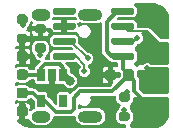
<source format=gbl>
G04 #@! TF.GenerationSoftware,KiCad,Pcbnew,5.1.9+dfsg1-1+deb11u1*
G04 #@! TF.CreationDate,2023-05-18T20:24:19+02:00*
G04 #@! TF.ProjectId,base,62617365-2e6b-4696-9361-645f70636258,rev?*
G04 #@! TF.SameCoordinates,Original*
G04 #@! TF.FileFunction,Copper,L2,Bot*
G04 #@! TF.FilePolarity,Positive*
%FSLAX46Y46*%
G04 Gerber Fmt 4.6, Leading zero omitted, Abs format (unit mm)*
G04 Created by KiCad (PCBNEW 5.1.9+dfsg1-1+deb11u1) date 2023-05-18 20:24:19*
%MOMM*%
%LPD*%
G01*
G04 APERTURE LIST*
G04 #@! TA.AperFunction,SMDPad,CuDef*
%ADD10R,0.650000X1.060000*%
G04 #@! TD*
G04 #@! TA.AperFunction,ComponentPad*
%ADD11O,1.600000X1.000000*%
G04 #@! TD*
G04 #@! TA.AperFunction,ComponentPad*
%ADD12O,2.100000X1.000000*%
G04 #@! TD*
G04 #@! TA.AperFunction,SMDPad,CuDef*
%ADD13R,2.500000X1.250000*%
G04 #@! TD*
G04 #@! TA.AperFunction,ViaPad*
%ADD14C,0.500000*%
G04 #@! TD*
G04 #@! TA.AperFunction,ViaPad*
%ADD15C,0.800000*%
G04 #@! TD*
G04 #@! TA.AperFunction,Conductor*
%ADD16C,0.250000*%
G04 #@! TD*
G04 #@! TA.AperFunction,Conductor*
%ADD17C,0.500000*%
G04 #@! TD*
G04 #@! TA.AperFunction,Conductor*
%ADD18C,0.350000*%
G04 #@! TD*
G04 #@! TA.AperFunction,Conductor*
%ADD19C,0.200000*%
G04 #@! TD*
G04 #@! TA.AperFunction,Conductor*
%ADD20C,0.100000*%
G04 #@! TD*
G04 #@! TA.AperFunction,Conductor*
%ADD21C,0.254000*%
G04 #@! TD*
G04 APERTURE END LIST*
G04 #@! TA.AperFunction,SMDPad,CuDef*
G36*
G01*
X-2900000Y-3425000D02*
X-2400000Y-3425000D01*
G75*
G02*
X-2175000Y-3650000I0J-225000D01*
G01*
X-2175000Y-4100000D01*
G75*
G02*
X-2400000Y-4325000I-225000J0D01*
G01*
X-2900000Y-4325000D01*
G75*
G02*
X-3125000Y-4100000I0J225000D01*
G01*
X-3125000Y-3650000D01*
G75*
G02*
X-2900000Y-3425000I225000J0D01*
G01*
G37*
G04 #@! TD.AperFunction*
G04 #@! TA.AperFunction,SMDPad,CuDef*
G36*
G01*
X-2900000Y-1875000D02*
X-2400000Y-1875000D01*
G75*
G02*
X-2175000Y-2100000I0J-225000D01*
G01*
X-2175000Y-2550000D01*
G75*
G02*
X-2400000Y-2775000I-225000J0D01*
G01*
X-2900000Y-2775000D01*
G75*
G02*
X-3125000Y-2550000I0J225000D01*
G01*
X-3125000Y-2100000D01*
G75*
G02*
X-2900000Y-1875000I225000J0D01*
G01*
G37*
G04 #@! TD.AperFunction*
G04 #@! TA.AperFunction,SMDPad,CuDef*
G36*
G01*
X-2375000Y3525000D02*
X-2925000Y3525000D01*
G75*
G02*
X-3125000Y3725000I0J200000D01*
G01*
X-3125000Y4125000D01*
G75*
G02*
X-2925000Y4325000I200000J0D01*
G01*
X-2375000Y4325000D01*
G75*
G02*
X-2175000Y4125000I0J-200000D01*
G01*
X-2175000Y3725000D01*
G75*
G02*
X-2375000Y3525000I-200000J0D01*
G01*
G37*
G04 #@! TD.AperFunction*
G04 #@! TA.AperFunction,SMDPad,CuDef*
G36*
G01*
X-2375000Y1875000D02*
X-2925000Y1875000D01*
G75*
G02*
X-3125000Y2075000I0J200000D01*
G01*
X-3125000Y2475000D01*
G75*
G02*
X-2925000Y2675000I200000J0D01*
G01*
X-2375000Y2675000D01*
G75*
G02*
X-2175000Y2475000I0J-200000D01*
G01*
X-2175000Y2075000D01*
G75*
G02*
X-2375000Y1875000I-200000J0D01*
G01*
G37*
G04 #@! TD.AperFunction*
G04 #@! TA.AperFunction,SMDPad,CuDef*
G36*
G01*
X-55000Y650000D02*
X-55000Y950000D01*
G75*
G02*
X95000Y1100000I150000J0D01*
G01*
X1745000Y1100000D01*
G75*
G02*
X1895000Y950000I0J-150000D01*
G01*
X1895000Y650000D01*
G75*
G02*
X1745000Y500000I-150000J0D01*
G01*
X95000Y500000D01*
G75*
G02*
X-55000Y650000I0J150000D01*
G01*
G37*
G04 #@! TD.AperFunction*
G04 #@! TA.AperFunction,SMDPad,CuDef*
G36*
G01*
X-55000Y1920000D02*
X-55000Y2220000D01*
G75*
G02*
X95000Y2370000I150000J0D01*
G01*
X1745000Y2370000D01*
G75*
G02*
X1895000Y2220000I0J-150000D01*
G01*
X1895000Y1920000D01*
G75*
G02*
X1745000Y1770000I-150000J0D01*
G01*
X95000Y1770000D01*
G75*
G02*
X-55000Y1920000I0J150000D01*
G01*
G37*
G04 #@! TD.AperFunction*
G04 #@! TA.AperFunction,SMDPad,CuDef*
G36*
G01*
X-55000Y3190000D02*
X-55000Y3490000D01*
G75*
G02*
X95000Y3640000I150000J0D01*
G01*
X1745000Y3640000D01*
G75*
G02*
X1895000Y3490000I0J-150000D01*
G01*
X1895000Y3190000D01*
G75*
G02*
X1745000Y3040000I-150000J0D01*
G01*
X95000Y3040000D01*
G75*
G02*
X-55000Y3190000I0J150000D01*
G01*
G37*
G04 #@! TD.AperFunction*
G04 #@! TA.AperFunction,SMDPad,CuDef*
G36*
G01*
X-50000Y4460000D02*
X-50000Y4760000D01*
G75*
G02*
X100000Y4910000I150000J0D01*
G01*
X1740000Y4910000D01*
G75*
G02*
X1890000Y4760000I0J-150000D01*
G01*
X1890000Y4460000D01*
G75*
G02*
X1740000Y4310000I-150000J0D01*
G01*
X100000Y4310000D01*
G75*
G02*
X-50000Y4460000I0J150000D01*
G01*
G37*
G04 #@! TD.AperFunction*
G04 #@! TA.AperFunction,SMDPad,CuDef*
G36*
G01*
X4895000Y4460000D02*
X4895000Y4760000D01*
G75*
G02*
X5045000Y4910000I150000J0D01*
G01*
X6695000Y4910000D01*
G75*
G02*
X6845000Y4760000I0J-150000D01*
G01*
X6845000Y4460000D01*
G75*
G02*
X6695000Y4310000I-150000J0D01*
G01*
X5045000Y4310000D01*
G75*
G02*
X4895000Y4460000I0J150000D01*
G01*
G37*
G04 #@! TD.AperFunction*
G04 #@! TA.AperFunction,SMDPad,CuDef*
G36*
G01*
X4895000Y3190000D02*
X4895000Y3490000D01*
G75*
G02*
X5045000Y3640000I150000J0D01*
G01*
X6695000Y3640000D01*
G75*
G02*
X6845000Y3490000I0J-150000D01*
G01*
X6845000Y3190000D01*
G75*
G02*
X6695000Y3040000I-150000J0D01*
G01*
X5045000Y3040000D01*
G75*
G02*
X4895000Y3190000I0J150000D01*
G01*
G37*
G04 #@! TD.AperFunction*
G04 #@! TA.AperFunction,SMDPad,CuDef*
G36*
G01*
X4895000Y1920000D02*
X4895000Y2220000D01*
G75*
G02*
X5045000Y2370000I150000J0D01*
G01*
X6695000Y2370000D01*
G75*
G02*
X6845000Y2220000I0J-150000D01*
G01*
X6845000Y1920000D01*
G75*
G02*
X6695000Y1770000I-150000J0D01*
G01*
X5045000Y1770000D01*
G75*
G02*
X4895000Y1920000I0J150000D01*
G01*
G37*
G04 #@! TD.AperFunction*
G04 #@! TA.AperFunction,SMDPad,CuDef*
G36*
G01*
X4895000Y650000D02*
X4895000Y950000D01*
G75*
G02*
X5045000Y1100000I150000J0D01*
G01*
X6695000Y1100000D01*
G75*
G02*
X6845000Y950000I0J-150000D01*
G01*
X6845000Y650000D01*
G75*
G02*
X6695000Y500000I-150000J0D01*
G01*
X5045000Y500000D01*
G75*
G02*
X4895000Y650000I0J150000D01*
G01*
G37*
G04 #@! TD.AperFunction*
D10*
X-1050000Y-800000D03*
X-100000Y-800000D03*
X850000Y-800000D03*
X850000Y-3000000D03*
X-1050000Y-3000000D03*
G04 #@! TA.AperFunction,SMDPad,CuDef*
G36*
G01*
X5725000Y-2275000D02*
X6275000Y-2275000D01*
G75*
G02*
X6475000Y-2475000I0J-200000D01*
G01*
X6475000Y-2875000D01*
G75*
G02*
X6275000Y-3075000I-200000J0D01*
G01*
X5725000Y-3075000D01*
G75*
G02*
X5525000Y-2875000I0J200000D01*
G01*
X5525000Y-2475000D01*
G75*
G02*
X5725000Y-2275000I200000J0D01*
G01*
G37*
G04 #@! TD.AperFunction*
G04 #@! TA.AperFunction,SMDPad,CuDef*
G36*
G01*
X5725000Y-3925000D02*
X6275000Y-3925000D01*
G75*
G02*
X6475000Y-4125000I0J-200000D01*
G01*
X6475000Y-4525000D01*
G75*
G02*
X6275000Y-4725000I-200000J0D01*
G01*
X5725000Y-4725000D01*
G75*
G02*
X5525000Y-4525000I0J200000D01*
G01*
X5525000Y-4125000D01*
G75*
G02*
X5725000Y-3925000I200000J0D01*
G01*
G37*
G04 #@! TD.AperFunction*
D11*
X-1050000Y-4320000D03*
X-1050000Y4320000D03*
D12*
X3130000Y4320000D03*
X3130000Y-4320000D03*
G04 #@! TA.AperFunction,SMDPad,CuDef*
G36*
G01*
X-1375000Y3525000D02*
X-825000Y3525000D01*
G75*
G02*
X-625000Y3325000I0J-200000D01*
G01*
X-625000Y2925000D01*
G75*
G02*
X-825000Y2725000I-200000J0D01*
G01*
X-1375000Y2725000D01*
G75*
G02*
X-1575000Y2925000I0J200000D01*
G01*
X-1575000Y3325000D01*
G75*
G02*
X-1375000Y3525000I200000J0D01*
G01*
G37*
G04 #@! TD.AperFunction*
G04 #@! TA.AperFunction,SMDPad,CuDef*
G36*
G01*
X-1375000Y1875000D02*
X-825000Y1875000D01*
G75*
G02*
X-625000Y1675000I0J-200000D01*
G01*
X-625000Y1275000D01*
G75*
G02*
X-825000Y1075000I-200000J0D01*
G01*
X-1375000Y1075000D01*
G75*
G02*
X-1575000Y1275000I0J200000D01*
G01*
X-1575000Y1675000D01*
G75*
G02*
X-1375000Y1875000I200000J0D01*
G01*
G37*
G04 #@! TD.AperFunction*
G04 #@! TA.AperFunction,SMDPad,CuDef*
G36*
G01*
X-2400000Y-1225000D02*
X-2900000Y-1225000D01*
G75*
G02*
X-3125000Y-1000000I0J225000D01*
G01*
X-3125000Y-550000D01*
G75*
G02*
X-2900000Y-325000I225000J0D01*
G01*
X-2400000Y-325000D01*
G75*
G02*
X-2175000Y-550000I0J-225000D01*
G01*
X-2175000Y-1000000D01*
G75*
G02*
X-2400000Y-1225000I-225000J0D01*
G01*
G37*
G04 #@! TD.AperFunction*
G04 #@! TA.AperFunction,SMDPad,CuDef*
G36*
G01*
X-2400000Y325000D02*
X-2900000Y325000D01*
G75*
G02*
X-3125000Y550000I0J225000D01*
G01*
X-3125000Y1000000D01*
G75*
G02*
X-2900000Y1225000I225000J0D01*
G01*
X-2400000Y1225000D01*
G75*
G02*
X-2175000Y1000000I0J-225000D01*
G01*
X-2175000Y550000D01*
G75*
G02*
X-2400000Y325000I-225000J0D01*
G01*
G37*
G04 #@! TD.AperFunction*
G04 #@! TA.AperFunction,SMDPad,CuDef*
G36*
G01*
X6825000Y-550000D02*
X6825000Y-1050000D01*
G75*
G02*
X6600000Y-1275000I-225000J0D01*
G01*
X6150000Y-1275000D01*
G75*
G02*
X5925000Y-1050000I0J225000D01*
G01*
X5925000Y-550000D01*
G75*
G02*
X6150000Y-325000I225000J0D01*
G01*
X6600000Y-325000D01*
G75*
G02*
X6825000Y-550000I0J-225000D01*
G01*
G37*
G04 #@! TD.AperFunction*
G04 #@! TA.AperFunction,SMDPad,CuDef*
G36*
G01*
X5275000Y-550000D02*
X5275000Y-1050000D01*
G75*
G02*
X5050000Y-1275000I-225000J0D01*
G01*
X4600000Y-1275000D01*
G75*
G02*
X4375000Y-1050000I0J225000D01*
G01*
X4375000Y-550000D01*
G75*
G02*
X4600000Y-325000I225000J0D01*
G01*
X5050000Y-325000D01*
G75*
G02*
X5275000Y-550000I0J-225000D01*
G01*
G37*
G04 #@! TD.AperFunction*
D13*
X8500000Y-3810000D03*
X8500000Y-1270000D03*
X8500000Y1270000D03*
X8500000Y3810000D03*
D14*
X4500000Y-4900000D03*
X4550000Y-3900000D03*
X-2600000Y-3300000D03*
X-2600000Y200000D03*
X-100000Y-1500000D03*
X-300000Y2900000D03*
X1900000Y0D03*
X8300000Y4900000D03*
X9300000Y2600000D03*
D15*
X1400000Y-1300000D03*
D14*
X7100000Y100000D03*
X6200000Y-2200000D03*
X7100000Y2334999D03*
X7900000Y-200000D03*
X6000000Y-3800000D03*
X2625014Y-500000D03*
X2900000Y600000D03*
X-1100007Y900007D03*
X-2600000Y3399998D03*
D16*
X-2600000Y-3875000D02*
X-2600000Y-3300000D01*
X-2600000Y775000D02*
X-2600000Y200000D01*
X-100000Y-800000D02*
X-100000Y-1500000D01*
X-1100000Y3125000D02*
X-525000Y3125000D01*
X-525000Y3125000D02*
X-300000Y2900000D01*
X8500000Y4700000D02*
X8300000Y4900000D01*
X8500000Y3810000D02*
X8500000Y4700000D01*
D17*
X8625000Y3585000D02*
X8625000Y2975000D01*
X8500000Y3810000D02*
X8625000Y3685000D01*
D16*
X8925000Y2600000D02*
X9300000Y2600000D01*
X8500000Y3025000D02*
X8925000Y2600000D01*
X8500000Y3125000D02*
X8500000Y3025000D01*
D18*
X-1075000Y-775000D02*
X-1050000Y-800000D01*
X-2600000Y-775000D02*
X-1075000Y-775000D01*
X525001Y105001D02*
X850000Y-219998D01*
X-725001Y105001D02*
X525001Y105001D01*
X-1050000Y-219998D02*
X-725001Y105001D01*
X850000Y-219998D02*
X850000Y-800000D01*
X-1050000Y-800000D02*
X-1050000Y-219998D01*
X850000Y-800000D02*
X1100000Y-800000D01*
X1100000Y-800000D02*
X1499999Y-1199999D01*
D19*
X8270000Y1270000D02*
X7100000Y100000D01*
X8500000Y1270000D02*
X8270000Y1270000D01*
X6200000Y-2475000D02*
X6000000Y-2675000D01*
X6200000Y-2200000D02*
X6200000Y-2475000D01*
X6325001Y2884999D02*
X5870000Y3340000D01*
X7940001Y2884999D02*
X6325001Y2884999D01*
X9000000Y1825000D02*
X7940001Y2884999D01*
X9000000Y1270000D02*
X9000000Y1825000D01*
X6835001Y2070000D02*
X7100000Y2334999D01*
X5870000Y2070000D02*
X6835001Y2070000D01*
X7900000Y-670000D02*
X8500000Y-1270000D01*
X7900000Y-200000D02*
X7900000Y-670000D01*
X6000000Y-3800000D02*
X6000000Y-4325000D01*
D18*
X5422522Y4610000D02*
X4500000Y3687478D01*
X5870000Y4610000D02*
X5422522Y4610000D01*
X4895000Y800000D02*
X5870000Y800000D01*
X4500000Y1195000D02*
X4895000Y800000D01*
X4500000Y3687478D02*
X4500000Y1195000D01*
X-1725000Y-2325000D02*
X-1050000Y-3000000D01*
X-2600000Y-2325000D02*
X-1725000Y-2325000D01*
X5870000Y-295000D02*
X6375000Y-800000D01*
X5870000Y800000D02*
X5870000Y-295000D01*
X-680002Y-3000000D02*
X-1050000Y-3000000D01*
X224999Y-3905001D02*
X-680002Y-3000000D01*
X1475001Y-3905001D02*
X224999Y-3905001D01*
X1704990Y-3675012D02*
X1475001Y-3905001D01*
X1704990Y-2749008D02*
X1704990Y-3675012D01*
X2263999Y-2189999D02*
X1704990Y-2749008D01*
X4985001Y-2189999D02*
X2263999Y-2189999D01*
X6375000Y-800000D02*
X4985001Y-2189999D01*
X6850010Y-2160010D02*
X8500000Y-3810000D01*
X6850010Y-1275010D02*
X6850010Y-2160010D01*
X6375000Y-800000D02*
X6850010Y-1275010D01*
D19*
X920000Y800000D02*
X1895000Y800000D01*
X2625014Y69986D02*
X2625014Y-500000D01*
X1895000Y800000D02*
X2625014Y69986D01*
X920000Y2070000D02*
X1430000Y2070000D01*
X1430000Y2070000D02*
X2900000Y600000D01*
X-1100000Y1475000D02*
X-1100000Y900000D01*
X-1100000Y900000D02*
X-1100007Y900007D01*
X-2600000Y3875000D02*
X-2650000Y3925000D01*
X-2600000Y3399998D02*
X-2600000Y3875000D01*
X5223549Y-2875000D02*
X5233184Y-2972828D01*
X5261720Y-3066897D01*
X5308059Y-3153591D01*
X5370421Y-3229579D01*
X5446409Y-3291941D01*
X5533103Y-3338280D01*
X5627172Y-3366816D01*
X5654329Y-3369491D01*
X5649396Y-3372787D01*
X5572787Y-3449396D01*
X5512597Y-3539477D01*
X5471136Y-3639571D01*
X5458834Y-3701418D01*
X5446409Y-3708059D01*
X5370421Y-3770421D01*
X5308059Y-3846409D01*
X5261720Y-3933103D01*
X5233184Y-4027172D01*
X5223549Y-4125000D01*
X5223549Y-4525000D01*
X5233184Y-4622828D01*
X5261720Y-4716897D01*
X5308059Y-4803591D01*
X5370421Y-4879579D01*
X5446409Y-4941941D01*
X5533103Y-4988280D01*
X5627172Y-5016816D01*
X5725000Y-5026451D01*
X6100000Y-5026451D01*
X6100000Y-5175000D01*
X-1984104Y-5175000D01*
X-2227922Y-5151094D01*
X-2447166Y-5084900D01*
X-2649370Y-4977386D01*
X-2826847Y-4832639D01*
X-2972830Y-4656176D01*
X-2989334Y-4625651D01*
X-2879000Y-4625000D01*
X-2804000Y-4550000D01*
X-2804000Y-4029000D01*
X-2824000Y-4029000D01*
X-2824000Y-3721000D01*
X-2804000Y-3721000D01*
X-2804000Y-3200000D01*
X-2879000Y-3125000D01*
X-3125000Y-3123548D01*
X-3175000Y-3128472D01*
X-3175000Y-2997072D01*
X-3101464Y-3036377D01*
X-3002705Y-3066335D01*
X-2900000Y-3076451D01*
X-2400000Y-3076451D01*
X-2297295Y-3066335D01*
X-2198536Y-3036377D01*
X-2107519Y-2987728D01*
X-2027743Y-2922257D01*
X-1962272Y-2842481D01*
X-1939566Y-2800000D01*
X-1921750Y-2800000D01*
X-1676451Y-3045300D01*
X-1676451Y-3530000D01*
X-1671082Y-3584513D01*
X-1796606Y-3651607D01*
X-1881160Y-3720998D01*
X-1949998Y-3720998D01*
X-1875000Y-3646000D01*
X-1873548Y-3425000D01*
X-1879340Y-3366190D01*
X-1896495Y-3309639D01*
X-1924352Y-3257522D01*
X-1961841Y-3211841D01*
X-2007522Y-3174352D01*
X-2059639Y-3146495D01*
X-2116190Y-3129340D01*
X-2175000Y-3123548D01*
X-2421000Y-3125000D01*
X-2496000Y-3200000D01*
X-2496000Y-3721000D01*
X-2476000Y-3721000D01*
X-2476000Y-4029000D01*
X-2496000Y-4029000D01*
X-2496000Y-4550000D01*
X-2421000Y-4625000D01*
X-2175000Y-4626452D01*
X-2116190Y-4620660D01*
X-2096596Y-4614716D01*
X-2092679Y-4627628D01*
X-2018393Y-4766606D01*
X-1918422Y-4888422D01*
X-1796606Y-4988393D01*
X-1657628Y-5062679D01*
X-1506827Y-5108424D01*
X-1389293Y-5120000D01*
X-710707Y-5120000D01*
X-593173Y-5108424D01*
X-442372Y-5062679D01*
X-303394Y-4988393D01*
X-181578Y-4888422D01*
X-81607Y-4766606D01*
X-7321Y-4627628D01*
X38424Y-4476827D01*
X51052Y-4348608D01*
X131883Y-4373128D01*
X224999Y-4382299D01*
X248331Y-4380001D01*
X1451669Y-4380001D01*
X1475001Y-4382299D01*
X1498333Y-4380001D01*
X1568117Y-4373128D01*
X1657655Y-4345967D01*
X1740174Y-4301860D01*
X1781236Y-4268162D01*
X1776130Y-4320000D01*
X1791576Y-4476827D01*
X1837321Y-4627628D01*
X1911607Y-4766606D01*
X2011578Y-4888422D01*
X2133394Y-4988393D01*
X2272372Y-5062679D01*
X2423173Y-5108424D01*
X2540707Y-5120000D01*
X3719293Y-5120000D01*
X3836827Y-5108424D01*
X3987628Y-5062679D01*
X4126606Y-4988393D01*
X4248422Y-4888422D01*
X4348393Y-4766606D01*
X4422679Y-4627628D01*
X4468424Y-4476827D01*
X4483870Y-4320000D01*
X4468424Y-4163173D01*
X4422679Y-4012372D01*
X4348393Y-3873394D01*
X4248422Y-3751578D01*
X4126606Y-3651607D01*
X3987628Y-3577321D01*
X3836827Y-3531576D01*
X3719293Y-3520000D01*
X2540707Y-3520000D01*
X2423173Y-3531576D01*
X2272372Y-3577321D01*
X2179990Y-3626701D01*
X2179990Y-3353873D01*
X2201586Y-3375469D01*
X2303952Y-3443868D01*
X2417694Y-3490981D01*
X2538443Y-3515000D01*
X2661557Y-3515000D01*
X2782306Y-3490981D01*
X2896048Y-3443868D01*
X2998414Y-3375469D01*
X3085469Y-3288414D01*
X3153868Y-3186048D01*
X3200981Y-3072306D01*
X3225000Y-2951557D01*
X3225000Y-2828443D01*
X3200981Y-2707694D01*
X3183296Y-2664999D01*
X4961669Y-2664999D01*
X4985001Y-2667297D01*
X5008333Y-2664999D01*
X5033717Y-2662499D01*
X5078117Y-2658126D01*
X5085478Y-2655893D01*
X5167655Y-2630965D01*
X5223549Y-2601089D01*
X5223549Y-2875000D01*
G04 #@! TA.AperFunction,Conductor*
D20*
G36*
X5223549Y-2875000D02*
G01*
X5233184Y-2972828D01*
X5261720Y-3066897D01*
X5308059Y-3153591D01*
X5370421Y-3229579D01*
X5446409Y-3291941D01*
X5533103Y-3338280D01*
X5627172Y-3366816D01*
X5654329Y-3369491D01*
X5649396Y-3372787D01*
X5572787Y-3449396D01*
X5512597Y-3539477D01*
X5471136Y-3639571D01*
X5458834Y-3701418D01*
X5446409Y-3708059D01*
X5370421Y-3770421D01*
X5308059Y-3846409D01*
X5261720Y-3933103D01*
X5233184Y-4027172D01*
X5223549Y-4125000D01*
X5223549Y-4525000D01*
X5233184Y-4622828D01*
X5261720Y-4716897D01*
X5308059Y-4803591D01*
X5370421Y-4879579D01*
X5446409Y-4941941D01*
X5533103Y-4988280D01*
X5627172Y-5016816D01*
X5725000Y-5026451D01*
X6100000Y-5026451D01*
X6100000Y-5175000D01*
X-1984104Y-5175000D01*
X-2227922Y-5151094D01*
X-2447166Y-5084900D01*
X-2649370Y-4977386D01*
X-2826847Y-4832639D01*
X-2972830Y-4656176D01*
X-2989334Y-4625651D01*
X-2879000Y-4625000D01*
X-2804000Y-4550000D01*
X-2804000Y-4029000D01*
X-2824000Y-4029000D01*
X-2824000Y-3721000D01*
X-2804000Y-3721000D01*
X-2804000Y-3200000D01*
X-2879000Y-3125000D01*
X-3125000Y-3123548D01*
X-3175000Y-3128472D01*
X-3175000Y-2997072D01*
X-3101464Y-3036377D01*
X-3002705Y-3066335D01*
X-2900000Y-3076451D01*
X-2400000Y-3076451D01*
X-2297295Y-3066335D01*
X-2198536Y-3036377D01*
X-2107519Y-2987728D01*
X-2027743Y-2922257D01*
X-1962272Y-2842481D01*
X-1939566Y-2800000D01*
X-1921750Y-2800000D01*
X-1676451Y-3045300D01*
X-1676451Y-3530000D01*
X-1671082Y-3584513D01*
X-1796606Y-3651607D01*
X-1881160Y-3720998D01*
X-1949998Y-3720998D01*
X-1875000Y-3646000D01*
X-1873548Y-3425000D01*
X-1879340Y-3366190D01*
X-1896495Y-3309639D01*
X-1924352Y-3257522D01*
X-1961841Y-3211841D01*
X-2007522Y-3174352D01*
X-2059639Y-3146495D01*
X-2116190Y-3129340D01*
X-2175000Y-3123548D01*
X-2421000Y-3125000D01*
X-2496000Y-3200000D01*
X-2496000Y-3721000D01*
X-2476000Y-3721000D01*
X-2476000Y-4029000D01*
X-2496000Y-4029000D01*
X-2496000Y-4550000D01*
X-2421000Y-4625000D01*
X-2175000Y-4626452D01*
X-2116190Y-4620660D01*
X-2096596Y-4614716D01*
X-2092679Y-4627628D01*
X-2018393Y-4766606D01*
X-1918422Y-4888422D01*
X-1796606Y-4988393D01*
X-1657628Y-5062679D01*
X-1506827Y-5108424D01*
X-1389293Y-5120000D01*
X-710707Y-5120000D01*
X-593173Y-5108424D01*
X-442372Y-5062679D01*
X-303394Y-4988393D01*
X-181578Y-4888422D01*
X-81607Y-4766606D01*
X-7321Y-4627628D01*
X38424Y-4476827D01*
X51052Y-4348608D01*
X131883Y-4373128D01*
X224999Y-4382299D01*
X248331Y-4380001D01*
X1451669Y-4380001D01*
X1475001Y-4382299D01*
X1498333Y-4380001D01*
X1568117Y-4373128D01*
X1657655Y-4345967D01*
X1740174Y-4301860D01*
X1781236Y-4268162D01*
X1776130Y-4320000D01*
X1791576Y-4476827D01*
X1837321Y-4627628D01*
X1911607Y-4766606D01*
X2011578Y-4888422D01*
X2133394Y-4988393D01*
X2272372Y-5062679D01*
X2423173Y-5108424D01*
X2540707Y-5120000D01*
X3719293Y-5120000D01*
X3836827Y-5108424D01*
X3987628Y-5062679D01*
X4126606Y-4988393D01*
X4248422Y-4888422D01*
X4348393Y-4766606D01*
X4422679Y-4627628D01*
X4468424Y-4476827D01*
X4483870Y-4320000D01*
X4468424Y-4163173D01*
X4422679Y-4012372D01*
X4348393Y-3873394D01*
X4248422Y-3751578D01*
X4126606Y-3651607D01*
X3987628Y-3577321D01*
X3836827Y-3531576D01*
X3719293Y-3520000D01*
X2540707Y-3520000D01*
X2423173Y-3531576D01*
X2272372Y-3577321D01*
X2179990Y-3626701D01*
X2179990Y-3353873D01*
X2201586Y-3375469D01*
X2303952Y-3443868D01*
X2417694Y-3490981D01*
X2538443Y-3515000D01*
X2661557Y-3515000D01*
X2782306Y-3490981D01*
X2896048Y-3443868D01*
X2998414Y-3375469D01*
X3085469Y-3288414D01*
X3153868Y-3186048D01*
X3200981Y-3072306D01*
X3225000Y-2951557D01*
X3225000Y-2828443D01*
X3200981Y-2707694D01*
X3183296Y-2664999D01*
X4961669Y-2664999D01*
X4985001Y-2667297D01*
X5008333Y-2664999D01*
X5033717Y-2662499D01*
X5078117Y-2658126D01*
X5085478Y-2655893D01*
X5167655Y-2630965D01*
X5223549Y-2601089D01*
X5223549Y-2875000D01*
G37*
G04 #@! TD.AperFunction*
D19*
X11926Y4017224D02*
X100000Y4008549D01*
X1740000Y4008549D01*
X1828074Y4017224D01*
X1835194Y4019384D01*
X1837321Y4012372D01*
X1875249Y3941414D01*
X1149000Y3940000D01*
X1074000Y3865000D01*
X1074000Y3494000D01*
X1094000Y3494000D01*
X1094000Y3186000D01*
X1074000Y3186000D01*
X1074000Y2815000D01*
X1149000Y2740000D01*
X1895000Y2738548D01*
X1953810Y2744340D01*
X1989572Y2755188D01*
X1999019Y2707694D01*
X2046132Y2593952D01*
X2114531Y2491586D01*
X2201586Y2404531D01*
X2303952Y2336132D01*
X2417694Y2289019D01*
X2538443Y2265000D01*
X2661557Y2265000D01*
X2782306Y2289019D01*
X2896048Y2336132D01*
X2998414Y2404531D01*
X3085469Y2491586D01*
X3153868Y2593952D01*
X3200981Y2707694D01*
X3225000Y2828443D01*
X3225000Y2951557D01*
X3200981Y3072306D01*
X3153868Y3186048D01*
X3085469Y3288414D01*
X2998414Y3375469D01*
X2896048Y3443868D01*
X2782306Y3490981D01*
X2661557Y3515000D01*
X2538443Y3515000D01*
X2417694Y3490981D01*
X2303952Y3443868D01*
X2201586Y3375469D01*
X2195000Y3368883D01*
X2195000Y3494002D01*
X2120002Y3494002D01*
X2195000Y3569000D01*
X2196005Y3618140D01*
X2272372Y3577321D01*
X2423173Y3531576D01*
X2540707Y3520000D01*
X3719293Y3520000D01*
X3836827Y3531576D01*
X3987628Y3577321D01*
X4025000Y3597297D01*
X4025001Y1218342D01*
X4022702Y1195000D01*
X4031873Y1101884D01*
X4059035Y1012346D01*
X4103142Y929827D01*
X4162500Y857499D01*
X4180629Y842621D01*
X4542620Y480629D01*
X4557499Y462499D01*
X4629827Y403141D01*
X4694957Y368328D01*
X4725776Y330776D01*
X4794187Y274632D01*
X4872237Y232914D01*
X4956926Y207224D01*
X5045000Y198549D01*
X5395001Y198549D01*
X5395001Y-48975D01*
X5390361Y-46495D01*
X5333810Y-29340D01*
X5275000Y-23548D01*
X5054000Y-25000D01*
X4979000Y-100000D01*
X4979000Y-646000D01*
X5500000Y-646000D01*
X5523935Y-622065D01*
X5532500Y-632501D01*
X5550629Y-647379D01*
X5623549Y-720299D01*
X5623549Y-879700D01*
X5524625Y-978625D01*
X5500000Y-954000D01*
X4979000Y-954000D01*
X4979000Y-1500000D01*
X4991125Y-1512125D01*
X4788251Y-1714999D01*
X2287330Y-1714999D01*
X2263998Y-1712701D01*
X2170882Y-1721872D01*
X2151529Y-1727743D01*
X2081345Y-1749033D01*
X1998826Y-1793140D01*
X1926498Y-1852498D01*
X1911619Y-1870628D01*
X1444484Y-2337764D01*
X1425647Y-2302523D01*
X1388158Y-2256842D01*
X1342477Y-2219353D01*
X1290360Y-2191496D01*
X1233810Y-2174341D01*
X1175000Y-2168549D01*
X525000Y-2168549D01*
X466190Y-2174341D01*
X409640Y-2191496D01*
X357523Y-2219353D01*
X311842Y-2256842D01*
X274353Y-2302523D01*
X246496Y-2354640D01*
X229341Y-2411190D01*
X223549Y-2470000D01*
X223549Y-3231800D01*
X-327618Y-2680634D01*
X-342501Y-2662499D01*
X-414829Y-2603141D01*
X-423549Y-2598480D01*
X-423549Y-2470000D01*
X-429341Y-2411190D01*
X-446496Y-2354640D01*
X-474353Y-2302523D01*
X-511842Y-2256842D01*
X-557523Y-2219353D01*
X-609640Y-2191496D01*
X-666190Y-2174341D01*
X-725000Y-2168549D01*
X-1209701Y-2168549D01*
X-1372616Y-2005634D01*
X-1387499Y-1987499D01*
X-1459827Y-1928141D01*
X-1542346Y-1884034D01*
X-1631884Y-1856873D01*
X-1701668Y-1850000D01*
X-1725000Y-1847702D01*
X-1748332Y-1850000D01*
X-1939566Y-1850000D01*
X-1962272Y-1807519D01*
X-2027743Y-1727743D01*
X-2107519Y-1662272D01*
X-2198536Y-1613623D01*
X-2297295Y-1583665D01*
X-2400000Y-1573549D01*
X-2900000Y-1573549D01*
X-3002705Y-1583665D01*
X-3101464Y-1613623D01*
X-3175000Y-1652928D01*
X-3175000Y-1447072D01*
X-3101464Y-1486377D01*
X-3002705Y-1516335D01*
X-2900000Y-1526451D01*
X-2400000Y-1526451D01*
X-2297295Y-1516335D01*
X-2198536Y-1486377D01*
X-2107519Y-1437728D01*
X-2027743Y-1372257D01*
X-1962272Y-1292481D01*
X-1939566Y-1250000D01*
X-1676451Y-1250000D01*
X-1676451Y-1330000D01*
X-1670659Y-1388810D01*
X-1653504Y-1445360D01*
X-1625647Y-1497477D01*
X-1588158Y-1543158D01*
X-1542477Y-1580647D01*
X-1490360Y-1608504D01*
X-1433810Y-1625659D01*
X-1375000Y-1631451D01*
X-725000Y-1631451D01*
X-666190Y-1625659D01*
X-609640Y-1608504D01*
X-575001Y-1589989D01*
X-540361Y-1608505D01*
X-483810Y-1625660D01*
X-425000Y-1631452D01*
X-329000Y-1630000D01*
X-254000Y-1555000D01*
X-254000Y-954000D01*
X-274000Y-954000D01*
X-274000Y-646000D01*
X-254000Y-646000D01*
X-254000Y-626000D01*
X54000Y-626000D01*
X54000Y-646000D01*
X74000Y-646000D01*
X74000Y-954000D01*
X54000Y-954000D01*
X54000Y-1555000D01*
X129000Y-1630000D01*
X225000Y-1631452D01*
X283810Y-1625660D01*
X340361Y-1608505D01*
X375001Y-1589989D01*
X409640Y-1608504D01*
X466190Y-1625659D01*
X525000Y-1631451D01*
X779617Y-1631451D01*
X779668Y-1631574D01*
X856274Y-1746224D01*
X953776Y-1843726D01*
X1068426Y-1920332D01*
X1195818Y-1973099D01*
X1331056Y-2000000D01*
X1468944Y-2000000D01*
X1604182Y-1973099D01*
X1731574Y-1920332D01*
X1846224Y-1843726D01*
X1943726Y-1746224D01*
X2020332Y-1631574D01*
X2073099Y-1504182D01*
X2100000Y-1368944D01*
X2100000Y-1275000D01*
X4073548Y-1275000D01*
X4079340Y-1333810D01*
X4096495Y-1390361D01*
X4124352Y-1442478D01*
X4161841Y-1488159D01*
X4207522Y-1525648D01*
X4259639Y-1553505D01*
X4316190Y-1570660D01*
X4375000Y-1576452D01*
X4596000Y-1575000D01*
X4671000Y-1500000D01*
X4671000Y-954000D01*
X4150000Y-954000D01*
X4075000Y-1029000D01*
X4073548Y-1275000D01*
X2100000Y-1275000D01*
X2100000Y-1231056D01*
X2073099Y-1095818D01*
X2020332Y-968426D01*
X1943726Y-853776D01*
X1846224Y-756274D01*
X1731574Y-679668D01*
X1604182Y-626901D01*
X1597278Y-625528D01*
X1476451Y-504701D01*
X1476451Y-270000D01*
X1470659Y-211190D01*
X1453504Y-154640D01*
X1425647Y-102523D01*
X1388158Y-56842D01*
X1342477Y-19353D01*
X1290360Y8504D01*
X1261835Y17157D01*
X1246859Y45175D01*
X1187501Y117503D01*
X1169371Y132382D01*
X1103204Y198549D01*
X1745000Y198549D01*
X1833074Y207224D01*
X1901373Y227942D01*
X2225014Y-95699D01*
X2225014Y-122183D01*
X2197801Y-149396D01*
X2137611Y-239477D01*
X2096150Y-339571D01*
X2075014Y-445830D01*
X2075014Y-554170D01*
X2096150Y-660429D01*
X2137611Y-760523D01*
X2197801Y-850604D01*
X2274410Y-927213D01*
X2364491Y-987403D01*
X2464585Y-1028864D01*
X2570844Y-1050000D01*
X2679184Y-1050000D01*
X2785443Y-1028864D01*
X2885537Y-987403D01*
X2975618Y-927213D01*
X3052227Y-850604D01*
X3112417Y-760523D01*
X3153878Y-660429D01*
X3175014Y-554170D01*
X3175014Y-445830D01*
X3153878Y-339571D01*
X3147843Y-325000D01*
X4073548Y-325000D01*
X4075000Y-571000D01*
X4150000Y-646000D01*
X4671000Y-646000D01*
X4671000Y-100000D01*
X4596000Y-25000D01*
X4375000Y-23548D01*
X4316190Y-29340D01*
X4259639Y-46495D01*
X4207522Y-74352D01*
X4161841Y-111841D01*
X4124352Y-157522D01*
X4096495Y-209639D01*
X4079340Y-266190D01*
X4073548Y-325000D01*
X3147843Y-325000D01*
X3112417Y-239477D01*
X3052227Y-149396D01*
X3025014Y-122183D01*
X3025014Y50339D01*
X3026396Y64366D01*
X3060429Y71136D01*
X3160523Y112597D01*
X3250604Y172787D01*
X3327213Y249396D01*
X3387403Y339477D01*
X3428864Y439571D01*
X3450000Y545830D01*
X3450000Y654170D01*
X3428864Y760429D01*
X3387403Y860523D01*
X3327213Y950604D01*
X3250604Y1027213D01*
X3160523Y1087403D01*
X3060429Y1128864D01*
X2954170Y1150000D01*
X2915686Y1150000D01*
X2191899Y1873786D01*
X2196451Y1920000D01*
X2196451Y2220000D01*
X2187776Y2308074D01*
X2162086Y2392763D01*
X2120368Y2470813D01*
X2064224Y2539224D01*
X1995813Y2595368D01*
X1917763Y2637086D01*
X1833074Y2662776D01*
X1745000Y2671451D01*
X95000Y2671451D01*
X6926Y2662776D01*
X-77763Y2637086D01*
X-155813Y2595368D01*
X-224224Y2539224D01*
X-280368Y2470813D01*
X-322086Y2392763D01*
X-347776Y2308074D01*
X-356451Y2220000D01*
X-356451Y1920000D01*
X-347776Y1831926D01*
X-322086Y1747237D01*
X-280368Y1669187D01*
X-224224Y1600776D01*
X-155813Y1544632D01*
X-77763Y1502914D01*
X6926Y1477224D01*
X95000Y1468549D01*
X1465766Y1468549D01*
X1532864Y1401451D01*
X95000Y1401451D01*
X6926Y1392776D01*
X-77763Y1367086D01*
X-155813Y1325368D01*
X-224224Y1269224D01*
X-280368Y1200813D01*
X-322086Y1122763D01*
X-347776Y1038074D01*
X-356451Y950000D01*
X-356451Y650000D01*
X-349556Y580001D01*
X-652349Y580001D01*
X-612604Y639484D01*
X-571143Y739578D01*
X-550007Y845837D01*
X-550007Y856136D01*
X-546409Y858059D01*
X-470421Y920421D01*
X-408059Y996409D01*
X-361720Y1083103D01*
X-333184Y1177172D01*
X-323549Y1275000D01*
X-323549Y1675000D01*
X-333184Y1772828D01*
X-361720Y1866897D01*
X-408059Y1953591D01*
X-470421Y2029579D01*
X-546409Y2091941D01*
X-633103Y2138280D01*
X-727172Y2166816D01*
X-825000Y2176451D01*
X-1375000Y2176451D01*
X-1472828Y2166816D01*
X-1566897Y2138280D01*
X-1653591Y2091941D01*
X-1729579Y2029579D01*
X-1791941Y1953591D01*
X-1838280Y1866897D01*
X-1866816Y1772828D01*
X-1876451Y1675000D01*
X-1876451Y1275000D01*
X-1866816Y1177172D01*
X-1838280Y1083103D01*
X-1791941Y996409D01*
X-1729579Y920421D01*
X-1653591Y858059D01*
X-1650007Y856143D01*
X-1650007Y845837D01*
X-1628871Y739578D01*
X-1587410Y639484D01*
X-1527220Y549403D01*
X-1450611Y472794D01*
X-1360530Y412604D01*
X-1260436Y371143D01*
X-1154177Y350007D01*
X-1151746Y350007D01*
X-1369371Y132381D01*
X-1387500Y117503D01*
X-1446858Y45175D01*
X-1461833Y17158D01*
X-1490360Y8504D01*
X-1542477Y-19353D01*
X-1588158Y-56842D01*
X-1625647Y-102523D01*
X-1653504Y-154640D01*
X-1670659Y-211190D01*
X-1676451Y-270000D01*
X-1676451Y-300000D01*
X-1939566Y-300000D01*
X-1962272Y-257519D01*
X-2027743Y-177743D01*
X-2107519Y-112272D01*
X-2198536Y-63623D01*
X-2297295Y-33665D01*
X-2400000Y-23549D01*
X-2900000Y-23549D01*
X-3002705Y-33665D01*
X-3101464Y-63623D01*
X-3175000Y-102928D01*
X-3175000Y28472D01*
X-3125000Y23548D01*
X-2879000Y25000D01*
X-2804000Y100000D01*
X-2804000Y621000D01*
X-2496000Y621000D01*
X-2496000Y100000D01*
X-2421000Y25000D01*
X-2175000Y23548D01*
X-2116190Y29340D01*
X-2059639Y46495D01*
X-2007522Y74352D01*
X-1961841Y111841D01*
X-1924352Y157522D01*
X-1896495Y209639D01*
X-1879340Y266190D01*
X-1873548Y325000D01*
X-1875000Y546000D01*
X-1950000Y621000D01*
X-2496000Y621000D01*
X-2804000Y621000D01*
X-2824000Y621000D01*
X-2824000Y929000D01*
X-2804000Y929000D01*
X-2804000Y1450000D01*
X-2496000Y1450000D01*
X-2496000Y929000D01*
X-1950000Y929000D01*
X-1875000Y1004000D01*
X-1873548Y1225000D01*
X-1879340Y1283810D01*
X-1896495Y1340361D01*
X-1924352Y1392478D01*
X-1961841Y1438159D01*
X-2007522Y1475648D01*
X-2059639Y1503505D01*
X-2116190Y1520660D01*
X-2175000Y1526452D01*
X-2421000Y1525000D01*
X-2496000Y1450000D01*
X-2804000Y1450000D01*
X-2879000Y1525000D01*
X-3125000Y1526452D01*
X-3175000Y1521528D01*
X-3175000Y1578472D01*
X-3125000Y1573548D01*
X-2879000Y1575000D01*
X-2804000Y1650000D01*
X-2804000Y2121000D01*
X-2496000Y2121000D01*
X-2496000Y1650000D01*
X-2421000Y1575000D01*
X-2175000Y1573548D01*
X-2116190Y1579340D01*
X-2059639Y1596495D01*
X-2007522Y1624352D01*
X-1961841Y1661841D01*
X-1924352Y1707522D01*
X-1896495Y1759639D01*
X-1879340Y1816190D01*
X-1873548Y1875000D01*
X-1875000Y2046000D01*
X-1950000Y2121000D01*
X-2496000Y2121000D01*
X-2804000Y2121000D01*
X-2824000Y2121000D01*
X-2824000Y2429000D01*
X-2804000Y2429000D01*
X-2804000Y2449000D01*
X-2496000Y2449000D01*
X-2496000Y2429000D01*
X-1950000Y2429000D01*
X-1875000Y2504000D01*
X-1873548Y2675000D01*
X-1878472Y2725000D01*
X-1876452Y2725000D01*
X-1870660Y2666190D01*
X-1853505Y2609639D01*
X-1825648Y2557522D01*
X-1788159Y2511841D01*
X-1742478Y2474352D01*
X-1690361Y2446495D01*
X-1633810Y2429340D01*
X-1575000Y2423548D01*
X-1329000Y2425000D01*
X-1254000Y2500000D01*
X-1254000Y2971000D01*
X-1800000Y2971000D01*
X-1875000Y2896000D01*
X-1876452Y2725000D01*
X-1878472Y2725000D01*
X-1879340Y2733810D01*
X-1896495Y2790361D01*
X-1924352Y2842478D01*
X-1961841Y2888159D01*
X-2007522Y2925648D01*
X-2059639Y2953505D01*
X-2116190Y2970660D01*
X-2175000Y2976452D01*
X-2246149Y2976032D01*
X-2172787Y3049394D01*
X-2112597Y3139475D01*
X-2071136Y3239569D01*
X-2050000Y3345828D01*
X-2050000Y3346146D01*
X-2020421Y3370421D01*
X-1958059Y3446409D01*
X-1911720Y3533103D01*
X-1883184Y3627172D01*
X-1874483Y3715518D01*
X-1831978Y3680636D01*
X-1853505Y3640361D01*
X-1870660Y3583810D01*
X-1876452Y3525000D01*
X-1875000Y3354000D01*
X-1800000Y3279000D01*
X-1254000Y3279000D01*
X-1254000Y3299000D01*
X-946000Y3299000D01*
X-946000Y3279000D01*
X-926000Y3279000D01*
X-926000Y2971000D01*
X-946000Y2971000D01*
X-946000Y2500000D01*
X-871000Y2425000D01*
X-625000Y2423548D01*
X-566190Y2429340D01*
X-509639Y2446495D01*
X-457522Y2474352D01*
X-411841Y2511841D01*
X-374352Y2557522D01*
X-346495Y2609639D01*
X-329340Y2666190D01*
X-323548Y2725000D01*
X-325000Y2896000D01*
X-399998Y2970998D01*
X-347568Y2970998D01*
X-333505Y2924639D01*
X-305648Y2872522D01*
X-268159Y2826841D01*
X-222478Y2789352D01*
X-170361Y2761495D01*
X-113810Y2744340D01*
X-55000Y2738548D01*
X691000Y2740000D01*
X766000Y2815000D01*
X766000Y3186000D01*
X746000Y3186000D01*
X746000Y3494000D01*
X766000Y3494000D01*
X766000Y3865000D01*
X691000Y3940000D01*
X-45239Y3941433D01*
X-7321Y4012372D01*
X-4351Y4022162D01*
X11926Y4017224D01*
G04 #@! TA.AperFunction,Conductor*
D20*
G36*
X11926Y4017224D02*
G01*
X100000Y4008549D01*
X1740000Y4008549D01*
X1828074Y4017224D01*
X1835194Y4019384D01*
X1837321Y4012372D01*
X1875249Y3941414D01*
X1149000Y3940000D01*
X1074000Y3865000D01*
X1074000Y3494000D01*
X1094000Y3494000D01*
X1094000Y3186000D01*
X1074000Y3186000D01*
X1074000Y2815000D01*
X1149000Y2740000D01*
X1895000Y2738548D01*
X1953810Y2744340D01*
X1989572Y2755188D01*
X1999019Y2707694D01*
X2046132Y2593952D01*
X2114531Y2491586D01*
X2201586Y2404531D01*
X2303952Y2336132D01*
X2417694Y2289019D01*
X2538443Y2265000D01*
X2661557Y2265000D01*
X2782306Y2289019D01*
X2896048Y2336132D01*
X2998414Y2404531D01*
X3085469Y2491586D01*
X3153868Y2593952D01*
X3200981Y2707694D01*
X3225000Y2828443D01*
X3225000Y2951557D01*
X3200981Y3072306D01*
X3153868Y3186048D01*
X3085469Y3288414D01*
X2998414Y3375469D01*
X2896048Y3443868D01*
X2782306Y3490981D01*
X2661557Y3515000D01*
X2538443Y3515000D01*
X2417694Y3490981D01*
X2303952Y3443868D01*
X2201586Y3375469D01*
X2195000Y3368883D01*
X2195000Y3494002D01*
X2120002Y3494002D01*
X2195000Y3569000D01*
X2196005Y3618140D01*
X2272372Y3577321D01*
X2423173Y3531576D01*
X2540707Y3520000D01*
X3719293Y3520000D01*
X3836827Y3531576D01*
X3987628Y3577321D01*
X4025000Y3597297D01*
X4025001Y1218342D01*
X4022702Y1195000D01*
X4031873Y1101884D01*
X4059035Y1012346D01*
X4103142Y929827D01*
X4162500Y857499D01*
X4180629Y842621D01*
X4542620Y480629D01*
X4557499Y462499D01*
X4629827Y403141D01*
X4694957Y368328D01*
X4725776Y330776D01*
X4794187Y274632D01*
X4872237Y232914D01*
X4956926Y207224D01*
X5045000Y198549D01*
X5395001Y198549D01*
X5395001Y-48975D01*
X5390361Y-46495D01*
X5333810Y-29340D01*
X5275000Y-23548D01*
X5054000Y-25000D01*
X4979000Y-100000D01*
X4979000Y-646000D01*
X5500000Y-646000D01*
X5523935Y-622065D01*
X5532500Y-632501D01*
X5550629Y-647379D01*
X5623549Y-720299D01*
X5623549Y-879700D01*
X5524625Y-978625D01*
X5500000Y-954000D01*
X4979000Y-954000D01*
X4979000Y-1500000D01*
X4991125Y-1512125D01*
X4788251Y-1714999D01*
X2287330Y-1714999D01*
X2263998Y-1712701D01*
X2170882Y-1721872D01*
X2151529Y-1727743D01*
X2081345Y-1749033D01*
X1998826Y-1793140D01*
X1926498Y-1852498D01*
X1911619Y-1870628D01*
X1444484Y-2337764D01*
X1425647Y-2302523D01*
X1388158Y-2256842D01*
X1342477Y-2219353D01*
X1290360Y-2191496D01*
X1233810Y-2174341D01*
X1175000Y-2168549D01*
X525000Y-2168549D01*
X466190Y-2174341D01*
X409640Y-2191496D01*
X357523Y-2219353D01*
X311842Y-2256842D01*
X274353Y-2302523D01*
X246496Y-2354640D01*
X229341Y-2411190D01*
X223549Y-2470000D01*
X223549Y-3231800D01*
X-327618Y-2680634D01*
X-342501Y-2662499D01*
X-414829Y-2603141D01*
X-423549Y-2598480D01*
X-423549Y-2470000D01*
X-429341Y-2411190D01*
X-446496Y-2354640D01*
X-474353Y-2302523D01*
X-511842Y-2256842D01*
X-557523Y-2219353D01*
X-609640Y-2191496D01*
X-666190Y-2174341D01*
X-725000Y-2168549D01*
X-1209701Y-2168549D01*
X-1372616Y-2005634D01*
X-1387499Y-1987499D01*
X-1459827Y-1928141D01*
X-1542346Y-1884034D01*
X-1631884Y-1856873D01*
X-1701668Y-1850000D01*
X-1725000Y-1847702D01*
X-1748332Y-1850000D01*
X-1939566Y-1850000D01*
X-1962272Y-1807519D01*
X-2027743Y-1727743D01*
X-2107519Y-1662272D01*
X-2198536Y-1613623D01*
X-2297295Y-1583665D01*
X-2400000Y-1573549D01*
X-2900000Y-1573549D01*
X-3002705Y-1583665D01*
X-3101464Y-1613623D01*
X-3175000Y-1652928D01*
X-3175000Y-1447072D01*
X-3101464Y-1486377D01*
X-3002705Y-1516335D01*
X-2900000Y-1526451D01*
X-2400000Y-1526451D01*
X-2297295Y-1516335D01*
X-2198536Y-1486377D01*
X-2107519Y-1437728D01*
X-2027743Y-1372257D01*
X-1962272Y-1292481D01*
X-1939566Y-1250000D01*
X-1676451Y-1250000D01*
X-1676451Y-1330000D01*
X-1670659Y-1388810D01*
X-1653504Y-1445360D01*
X-1625647Y-1497477D01*
X-1588158Y-1543158D01*
X-1542477Y-1580647D01*
X-1490360Y-1608504D01*
X-1433810Y-1625659D01*
X-1375000Y-1631451D01*
X-725000Y-1631451D01*
X-666190Y-1625659D01*
X-609640Y-1608504D01*
X-575001Y-1589989D01*
X-540361Y-1608505D01*
X-483810Y-1625660D01*
X-425000Y-1631452D01*
X-329000Y-1630000D01*
X-254000Y-1555000D01*
X-254000Y-954000D01*
X-274000Y-954000D01*
X-274000Y-646000D01*
X-254000Y-646000D01*
X-254000Y-626000D01*
X54000Y-626000D01*
X54000Y-646000D01*
X74000Y-646000D01*
X74000Y-954000D01*
X54000Y-954000D01*
X54000Y-1555000D01*
X129000Y-1630000D01*
X225000Y-1631452D01*
X283810Y-1625660D01*
X340361Y-1608505D01*
X375001Y-1589989D01*
X409640Y-1608504D01*
X466190Y-1625659D01*
X525000Y-1631451D01*
X779617Y-1631451D01*
X779668Y-1631574D01*
X856274Y-1746224D01*
X953776Y-1843726D01*
X1068426Y-1920332D01*
X1195818Y-1973099D01*
X1331056Y-2000000D01*
X1468944Y-2000000D01*
X1604182Y-1973099D01*
X1731574Y-1920332D01*
X1846224Y-1843726D01*
X1943726Y-1746224D01*
X2020332Y-1631574D01*
X2073099Y-1504182D01*
X2100000Y-1368944D01*
X2100000Y-1275000D01*
X4073548Y-1275000D01*
X4079340Y-1333810D01*
X4096495Y-1390361D01*
X4124352Y-1442478D01*
X4161841Y-1488159D01*
X4207522Y-1525648D01*
X4259639Y-1553505D01*
X4316190Y-1570660D01*
X4375000Y-1576452D01*
X4596000Y-1575000D01*
X4671000Y-1500000D01*
X4671000Y-954000D01*
X4150000Y-954000D01*
X4075000Y-1029000D01*
X4073548Y-1275000D01*
X2100000Y-1275000D01*
X2100000Y-1231056D01*
X2073099Y-1095818D01*
X2020332Y-968426D01*
X1943726Y-853776D01*
X1846224Y-756274D01*
X1731574Y-679668D01*
X1604182Y-626901D01*
X1597278Y-625528D01*
X1476451Y-504701D01*
X1476451Y-270000D01*
X1470659Y-211190D01*
X1453504Y-154640D01*
X1425647Y-102523D01*
X1388158Y-56842D01*
X1342477Y-19353D01*
X1290360Y8504D01*
X1261835Y17157D01*
X1246859Y45175D01*
X1187501Y117503D01*
X1169371Y132382D01*
X1103204Y198549D01*
X1745000Y198549D01*
X1833074Y207224D01*
X1901373Y227942D01*
X2225014Y-95699D01*
X2225014Y-122183D01*
X2197801Y-149396D01*
X2137611Y-239477D01*
X2096150Y-339571D01*
X2075014Y-445830D01*
X2075014Y-554170D01*
X2096150Y-660429D01*
X2137611Y-760523D01*
X2197801Y-850604D01*
X2274410Y-927213D01*
X2364491Y-987403D01*
X2464585Y-1028864D01*
X2570844Y-1050000D01*
X2679184Y-1050000D01*
X2785443Y-1028864D01*
X2885537Y-987403D01*
X2975618Y-927213D01*
X3052227Y-850604D01*
X3112417Y-760523D01*
X3153878Y-660429D01*
X3175014Y-554170D01*
X3175014Y-445830D01*
X3153878Y-339571D01*
X3147843Y-325000D01*
X4073548Y-325000D01*
X4075000Y-571000D01*
X4150000Y-646000D01*
X4671000Y-646000D01*
X4671000Y-100000D01*
X4596000Y-25000D01*
X4375000Y-23548D01*
X4316190Y-29340D01*
X4259639Y-46495D01*
X4207522Y-74352D01*
X4161841Y-111841D01*
X4124352Y-157522D01*
X4096495Y-209639D01*
X4079340Y-266190D01*
X4073548Y-325000D01*
X3147843Y-325000D01*
X3112417Y-239477D01*
X3052227Y-149396D01*
X3025014Y-122183D01*
X3025014Y50339D01*
X3026396Y64366D01*
X3060429Y71136D01*
X3160523Y112597D01*
X3250604Y172787D01*
X3327213Y249396D01*
X3387403Y339477D01*
X3428864Y439571D01*
X3450000Y545830D01*
X3450000Y654170D01*
X3428864Y760429D01*
X3387403Y860523D01*
X3327213Y950604D01*
X3250604Y1027213D01*
X3160523Y1087403D01*
X3060429Y1128864D01*
X2954170Y1150000D01*
X2915686Y1150000D01*
X2191899Y1873786D01*
X2196451Y1920000D01*
X2196451Y2220000D01*
X2187776Y2308074D01*
X2162086Y2392763D01*
X2120368Y2470813D01*
X2064224Y2539224D01*
X1995813Y2595368D01*
X1917763Y2637086D01*
X1833074Y2662776D01*
X1745000Y2671451D01*
X95000Y2671451D01*
X6926Y2662776D01*
X-77763Y2637086D01*
X-155813Y2595368D01*
X-224224Y2539224D01*
X-280368Y2470813D01*
X-322086Y2392763D01*
X-347776Y2308074D01*
X-356451Y2220000D01*
X-356451Y1920000D01*
X-347776Y1831926D01*
X-322086Y1747237D01*
X-280368Y1669187D01*
X-224224Y1600776D01*
X-155813Y1544632D01*
X-77763Y1502914D01*
X6926Y1477224D01*
X95000Y1468549D01*
X1465766Y1468549D01*
X1532864Y1401451D01*
X95000Y1401451D01*
X6926Y1392776D01*
X-77763Y1367086D01*
X-155813Y1325368D01*
X-224224Y1269224D01*
X-280368Y1200813D01*
X-322086Y1122763D01*
X-347776Y1038074D01*
X-356451Y950000D01*
X-356451Y650000D01*
X-349556Y580001D01*
X-652349Y580001D01*
X-612604Y639484D01*
X-571143Y739578D01*
X-550007Y845837D01*
X-550007Y856136D01*
X-546409Y858059D01*
X-470421Y920421D01*
X-408059Y996409D01*
X-361720Y1083103D01*
X-333184Y1177172D01*
X-323549Y1275000D01*
X-323549Y1675000D01*
X-333184Y1772828D01*
X-361720Y1866897D01*
X-408059Y1953591D01*
X-470421Y2029579D01*
X-546409Y2091941D01*
X-633103Y2138280D01*
X-727172Y2166816D01*
X-825000Y2176451D01*
X-1375000Y2176451D01*
X-1472828Y2166816D01*
X-1566897Y2138280D01*
X-1653591Y2091941D01*
X-1729579Y2029579D01*
X-1791941Y1953591D01*
X-1838280Y1866897D01*
X-1866816Y1772828D01*
X-1876451Y1675000D01*
X-1876451Y1275000D01*
X-1866816Y1177172D01*
X-1838280Y1083103D01*
X-1791941Y996409D01*
X-1729579Y920421D01*
X-1653591Y858059D01*
X-1650007Y856143D01*
X-1650007Y845837D01*
X-1628871Y739578D01*
X-1587410Y639484D01*
X-1527220Y549403D01*
X-1450611Y472794D01*
X-1360530Y412604D01*
X-1260436Y371143D01*
X-1154177Y350007D01*
X-1151746Y350007D01*
X-1369371Y132381D01*
X-1387500Y117503D01*
X-1446858Y45175D01*
X-1461833Y17158D01*
X-1490360Y8504D01*
X-1542477Y-19353D01*
X-1588158Y-56842D01*
X-1625647Y-102523D01*
X-1653504Y-154640D01*
X-1670659Y-211190D01*
X-1676451Y-270000D01*
X-1676451Y-300000D01*
X-1939566Y-300000D01*
X-1962272Y-257519D01*
X-2027743Y-177743D01*
X-2107519Y-112272D01*
X-2198536Y-63623D01*
X-2297295Y-33665D01*
X-2400000Y-23549D01*
X-2900000Y-23549D01*
X-3002705Y-33665D01*
X-3101464Y-63623D01*
X-3175000Y-102928D01*
X-3175000Y28472D01*
X-3125000Y23548D01*
X-2879000Y25000D01*
X-2804000Y100000D01*
X-2804000Y621000D01*
X-2496000Y621000D01*
X-2496000Y100000D01*
X-2421000Y25000D01*
X-2175000Y23548D01*
X-2116190Y29340D01*
X-2059639Y46495D01*
X-2007522Y74352D01*
X-1961841Y111841D01*
X-1924352Y157522D01*
X-1896495Y209639D01*
X-1879340Y266190D01*
X-1873548Y325000D01*
X-1875000Y546000D01*
X-1950000Y621000D01*
X-2496000Y621000D01*
X-2804000Y621000D01*
X-2824000Y621000D01*
X-2824000Y929000D01*
X-2804000Y929000D01*
X-2804000Y1450000D01*
X-2496000Y1450000D01*
X-2496000Y929000D01*
X-1950000Y929000D01*
X-1875000Y1004000D01*
X-1873548Y1225000D01*
X-1879340Y1283810D01*
X-1896495Y1340361D01*
X-1924352Y1392478D01*
X-1961841Y1438159D01*
X-2007522Y1475648D01*
X-2059639Y1503505D01*
X-2116190Y1520660D01*
X-2175000Y1526452D01*
X-2421000Y1525000D01*
X-2496000Y1450000D01*
X-2804000Y1450000D01*
X-2879000Y1525000D01*
X-3125000Y1526452D01*
X-3175000Y1521528D01*
X-3175000Y1578472D01*
X-3125000Y1573548D01*
X-2879000Y1575000D01*
X-2804000Y1650000D01*
X-2804000Y2121000D01*
X-2496000Y2121000D01*
X-2496000Y1650000D01*
X-2421000Y1575000D01*
X-2175000Y1573548D01*
X-2116190Y1579340D01*
X-2059639Y1596495D01*
X-2007522Y1624352D01*
X-1961841Y1661841D01*
X-1924352Y1707522D01*
X-1896495Y1759639D01*
X-1879340Y1816190D01*
X-1873548Y1875000D01*
X-1875000Y2046000D01*
X-1950000Y2121000D01*
X-2496000Y2121000D01*
X-2804000Y2121000D01*
X-2824000Y2121000D01*
X-2824000Y2429000D01*
X-2804000Y2429000D01*
X-2804000Y2449000D01*
X-2496000Y2449000D01*
X-2496000Y2429000D01*
X-1950000Y2429000D01*
X-1875000Y2504000D01*
X-1873548Y2675000D01*
X-1878472Y2725000D01*
X-1876452Y2725000D01*
X-1870660Y2666190D01*
X-1853505Y2609639D01*
X-1825648Y2557522D01*
X-1788159Y2511841D01*
X-1742478Y2474352D01*
X-1690361Y2446495D01*
X-1633810Y2429340D01*
X-1575000Y2423548D01*
X-1329000Y2425000D01*
X-1254000Y2500000D01*
X-1254000Y2971000D01*
X-1800000Y2971000D01*
X-1875000Y2896000D01*
X-1876452Y2725000D01*
X-1878472Y2725000D01*
X-1879340Y2733810D01*
X-1896495Y2790361D01*
X-1924352Y2842478D01*
X-1961841Y2888159D01*
X-2007522Y2925648D01*
X-2059639Y2953505D01*
X-2116190Y2970660D01*
X-2175000Y2976452D01*
X-2246149Y2976032D01*
X-2172787Y3049394D01*
X-2112597Y3139475D01*
X-2071136Y3239569D01*
X-2050000Y3345828D01*
X-2050000Y3346146D01*
X-2020421Y3370421D01*
X-1958059Y3446409D01*
X-1911720Y3533103D01*
X-1883184Y3627172D01*
X-1874483Y3715518D01*
X-1831978Y3680636D01*
X-1853505Y3640361D01*
X-1870660Y3583810D01*
X-1876452Y3525000D01*
X-1875000Y3354000D01*
X-1800000Y3279000D01*
X-1254000Y3279000D01*
X-1254000Y3299000D01*
X-946000Y3299000D01*
X-946000Y3279000D01*
X-926000Y3279000D01*
X-926000Y2971000D01*
X-946000Y2971000D01*
X-946000Y2500000D01*
X-871000Y2425000D01*
X-625000Y2423548D01*
X-566190Y2429340D01*
X-509639Y2446495D01*
X-457522Y2474352D01*
X-411841Y2511841D01*
X-374352Y2557522D01*
X-346495Y2609639D01*
X-329340Y2666190D01*
X-323548Y2725000D01*
X-325000Y2896000D01*
X-399998Y2970998D01*
X-347568Y2970998D01*
X-333505Y2924639D01*
X-305648Y2872522D01*
X-268159Y2826841D01*
X-222478Y2789352D01*
X-170361Y2761495D01*
X-113810Y2744340D01*
X-55000Y2738548D01*
X691000Y2740000D01*
X766000Y2815000D01*
X766000Y3186000D01*
X746000Y3186000D01*
X746000Y3494000D01*
X766000Y3494000D01*
X766000Y3865000D01*
X691000Y3940000D01*
X-45239Y3941433D01*
X-7321Y4012372D01*
X-4351Y4022162D01*
X11926Y4017224D01*
G37*
G04 #@! TD.AperFunction*
D19*
X8727922Y5151094D02*
X8947165Y5084900D01*
X9149370Y4977386D01*
X9326847Y4832639D01*
X9472829Y4656176D01*
X9581754Y4454724D01*
X9649474Y4235953D01*
X9675000Y3993085D01*
X9675000Y2300000D01*
X9090686Y2300000D01*
X8236736Y3153949D01*
X8224212Y3169210D01*
X8163304Y3219196D01*
X8093815Y3256339D01*
X8018415Y3279211D01*
X7959648Y3284999D01*
X7959647Y3284999D01*
X7940001Y3286934D01*
X7920355Y3284999D01*
X7146451Y3284999D01*
X7146451Y3490000D01*
X7137776Y3578074D01*
X7112086Y3662763D01*
X7070368Y3740813D01*
X7014224Y3809224D01*
X6945813Y3865368D01*
X6867763Y3907086D01*
X6783074Y3932776D01*
X6695000Y3941451D01*
X5425724Y3941451D01*
X5492822Y4008549D01*
X6695000Y4008549D01*
X6783074Y4017224D01*
X6867763Y4042914D01*
X6945813Y4084632D01*
X7014224Y4140776D01*
X7070368Y4209187D01*
X7112086Y4287237D01*
X7137776Y4371926D01*
X7146451Y4460000D01*
X7146451Y4760000D01*
X7137776Y4848074D01*
X7112086Y4932763D01*
X7070368Y5010813D01*
X7014224Y5079224D01*
X6945813Y5135368D01*
X6871666Y5175000D01*
X8484104Y5175000D01*
X8727922Y5151094D01*
G04 #@! TA.AperFunction,Conductor*
D20*
G36*
X8727922Y5151094D02*
G01*
X8947165Y5084900D01*
X9149370Y4977386D01*
X9326847Y4832639D01*
X9472829Y4656176D01*
X9581754Y4454724D01*
X9649474Y4235953D01*
X9675000Y3993085D01*
X9675000Y2300000D01*
X9090686Y2300000D01*
X8236736Y3153949D01*
X8224212Y3169210D01*
X8163304Y3219196D01*
X8093815Y3256339D01*
X8018415Y3279211D01*
X7959648Y3284999D01*
X7959647Y3284999D01*
X7940001Y3286934D01*
X7920355Y3284999D01*
X7146451Y3284999D01*
X7146451Y3490000D01*
X7137776Y3578074D01*
X7112086Y3662763D01*
X7070368Y3740813D01*
X7014224Y3809224D01*
X6945813Y3865368D01*
X6867763Y3907086D01*
X6783074Y3932776D01*
X6695000Y3941451D01*
X5425724Y3941451D01*
X5492822Y4008549D01*
X6695000Y4008549D01*
X6783074Y4017224D01*
X6867763Y4042914D01*
X6945813Y4084632D01*
X7014224Y4140776D01*
X7070368Y4209187D01*
X7112086Y4287237D01*
X7137776Y4371926D01*
X7146451Y4460000D01*
X7146451Y4760000D01*
X7137776Y4848074D01*
X7112086Y4932763D01*
X7070368Y5010813D01*
X7014224Y5079224D01*
X6945813Y5135368D01*
X6871666Y5175000D01*
X8484104Y5175000D01*
X8727922Y5151094D01*
G37*
G04 #@! TD.AperFunction*
D21*
X9648001Y-3982775D02*
X9624481Y-4222654D01*
X9559818Y-4436827D01*
X9454789Y-4634357D01*
X9313392Y-4807728D01*
X9141008Y-4950336D01*
X8944213Y-5056743D01*
X8730500Y-5122899D01*
X8491671Y-5148000D01*
X6527000Y-5148000D01*
X6527000Y-4986770D01*
X6568664Y-4964500D01*
X6648764Y-4898764D01*
X6714500Y-4818664D01*
X6763346Y-4727280D01*
X6793425Y-4628121D01*
X6803582Y-4525000D01*
X6803582Y-4125000D01*
X6793425Y-4021879D01*
X6763346Y-3922720D01*
X6714500Y-3831336D01*
X6648764Y-3751236D01*
X6568664Y-3685500D01*
X6565156Y-3683625D01*
X6554826Y-3631695D01*
X6527000Y-3564517D01*
X6527000Y-3336770D01*
X6568664Y-3314500D01*
X6648764Y-3248764D01*
X6714500Y-3168664D01*
X6763346Y-3077280D01*
X6793425Y-2978121D01*
X6803582Y-2875000D01*
X6803582Y-2727000D01*
X9648001Y-2727000D01*
X9648001Y-3982775D01*
G04 #@! TA.AperFunction,Conductor*
D20*
G36*
X9648001Y-3982775D02*
G01*
X9624481Y-4222654D01*
X9559818Y-4436827D01*
X9454789Y-4634357D01*
X9313392Y-4807728D01*
X9141008Y-4950336D01*
X8944213Y-5056743D01*
X8730500Y-5122899D01*
X8491671Y-5148000D01*
X6527000Y-5148000D01*
X6527000Y-4986770D01*
X6568664Y-4964500D01*
X6648764Y-4898764D01*
X6714500Y-4818664D01*
X6763346Y-4727280D01*
X6793425Y-4628121D01*
X6803582Y-4525000D01*
X6803582Y-4125000D01*
X6793425Y-4021879D01*
X6763346Y-3922720D01*
X6714500Y-3831336D01*
X6648764Y-3751236D01*
X6568664Y-3685500D01*
X6565156Y-3683625D01*
X6554826Y-3631695D01*
X6527000Y-3564517D01*
X6527000Y-3336770D01*
X6568664Y-3314500D01*
X6648764Y-3248764D01*
X6714500Y-3168664D01*
X6763346Y-3077280D01*
X6793425Y-2978121D01*
X6803582Y-2875000D01*
X6803582Y-2727000D01*
X9648001Y-2727000D01*
X9648001Y-3982775D01*
G37*
G04 #@! TD.AperFunction*
D21*
X9648001Y-2273000D02*
X7672934Y-2273000D01*
X7352010Y-1952076D01*
X7352010Y-1299655D01*
X7354437Y-1275010D01*
X7352010Y-1250364D01*
X7352010Y-1250357D01*
X7344746Y-1176601D01*
X7339103Y-1157998D01*
X7316041Y-1081973D01*
X7269427Y-994764D01*
X7222410Y-937474D01*
X7222402Y-937466D01*
X7206694Y-918326D01*
X7187553Y-902617D01*
X7153582Y-868646D01*
X7153582Y-550000D01*
X7146392Y-477000D01*
X7156830Y-477000D01*
X7268305Y-454826D01*
X7335483Y-427000D01*
X7700000Y-427000D01*
X7724776Y-424560D01*
X7748601Y-417333D01*
X7770447Y-405670D01*
X8038452Y-227000D01*
X9648000Y-227000D01*
X9648001Y-2273000D01*
G04 #@! TA.AperFunction,Conductor*
D20*
G36*
X9648001Y-2273000D02*
G01*
X7672934Y-2273000D01*
X7352010Y-1952076D01*
X7352010Y-1299655D01*
X7354437Y-1275010D01*
X7352010Y-1250364D01*
X7352010Y-1250357D01*
X7344746Y-1176601D01*
X7339103Y-1157998D01*
X7316041Y-1081973D01*
X7269427Y-994764D01*
X7222410Y-937474D01*
X7222402Y-937466D01*
X7206694Y-918326D01*
X7187553Y-902617D01*
X7153582Y-868646D01*
X7153582Y-550000D01*
X7146392Y-477000D01*
X7156830Y-477000D01*
X7268305Y-454826D01*
X7335483Y-427000D01*
X7700000Y-427000D01*
X7724776Y-424560D01*
X7748601Y-417333D01*
X7770447Y-405670D01*
X8038452Y-227000D01*
X9648000Y-227000D01*
X9648001Y-2273000D01*
G37*
G04 #@! TD.AperFunction*
D21*
X8860197Y1910197D02*
X8879443Y1894403D01*
X8901399Y1882667D01*
X8925224Y1875440D01*
X8950000Y1873000D01*
X9648000Y1873000D01*
X9648001Y227000D01*
X8289001Y227000D01*
X8267816Y248185D01*
X8173312Y311331D01*
X8068305Y354826D01*
X7956830Y377000D01*
X7843170Y377000D01*
X7731695Y354826D01*
X7626688Y311331D01*
X7532184Y248185D01*
X7510999Y227000D01*
X7027000Y227000D01*
X7027000Y306331D01*
X7033409Y311591D01*
X7092926Y384114D01*
X7137152Y466855D01*
X7164386Y556633D01*
X7173582Y650000D01*
X7173582Y950000D01*
X7164386Y1043367D01*
X7137152Y1133145D01*
X7092926Y1215886D01*
X7033409Y1288409D01*
X7027000Y1293669D01*
X7027000Y1576331D01*
X7033409Y1581591D01*
X7092926Y1654114D01*
X7137152Y1736855D01*
X7143566Y1757999D01*
X7156830Y1757999D01*
X7268305Y1780173D01*
X7373312Y1823668D01*
X7467816Y1886814D01*
X7548185Y1967183D01*
X7611331Y2061687D01*
X7654826Y2166694D01*
X7677000Y2278169D01*
X7677000Y2391829D01*
X7654826Y2503304D01*
X7611331Y2608311D01*
X7548185Y2702815D01*
X7478000Y2773000D01*
X7997394Y2773000D01*
X8860197Y1910197D01*
G04 #@! TA.AperFunction,Conductor*
D20*
G36*
X8860197Y1910197D02*
G01*
X8879443Y1894403D01*
X8901399Y1882667D01*
X8925224Y1875440D01*
X8950000Y1873000D01*
X9648000Y1873000D01*
X9648001Y227000D01*
X8289001Y227000D01*
X8267816Y248185D01*
X8173312Y311331D01*
X8068305Y354826D01*
X7956830Y377000D01*
X7843170Y377000D01*
X7731695Y354826D01*
X7626688Y311331D01*
X7532184Y248185D01*
X7510999Y227000D01*
X7027000Y227000D01*
X7027000Y306331D01*
X7033409Y311591D01*
X7092926Y384114D01*
X7137152Y466855D01*
X7164386Y556633D01*
X7173582Y650000D01*
X7173582Y950000D01*
X7164386Y1043367D01*
X7137152Y1133145D01*
X7092926Y1215886D01*
X7033409Y1288409D01*
X7027000Y1293669D01*
X7027000Y1576331D01*
X7033409Y1581591D01*
X7092926Y1654114D01*
X7137152Y1736855D01*
X7143566Y1757999D01*
X7156830Y1757999D01*
X7268305Y1780173D01*
X7373312Y1823668D01*
X7467816Y1886814D01*
X7548185Y1967183D01*
X7611331Y2061687D01*
X7654826Y2166694D01*
X7677000Y2278169D01*
X7677000Y2391829D01*
X7654826Y2503304D01*
X7611331Y2608311D01*
X7548185Y2702815D01*
X7478000Y2773000D01*
X7997394Y2773000D01*
X8860197Y1910197D01*
G37*
G04 #@! TD.AperFunction*
M02*

</source>
